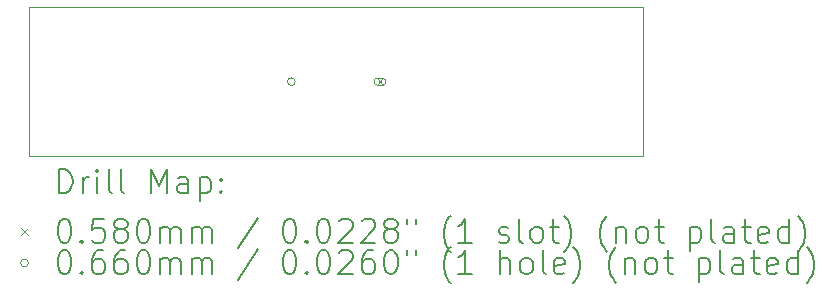
<source format=gbr>
%TF.GenerationSoftware,KiCad,Pcbnew,9.0.6*%
%TF.CreationDate,2025-12-16T13:32:34+01:00*%
%TF.ProjectId,USB,5553422e-6b69-4636-9164-5f7063625858,rev?*%
%TF.SameCoordinates,Original*%
%TF.FileFunction,Drillmap*%
%TF.FilePolarity,Positive*%
%FSLAX45Y45*%
G04 Gerber Fmt 4.5, Leading zero omitted, Abs format (unit mm)*
G04 Created by KiCad (PCBNEW 9.0.6) date 2025-12-16 13:32:34*
%MOMM*%
%LPD*%
G01*
G04 APERTURE LIST*
%ADD10C,0.050000*%
%ADD11C,0.200000*%
%ADD12C,0.100000*%
G04 APERTURE END LIST*
D10*
X23100000Y-11150000D02*
X28300000Y-11150000D01*
X28300000Y-12410000D01*
X23100000Y-12410000D01*
X23100000Y-11150000D01*
D11*
D12*
X26046000Y-11751000D02*
X26104000Y-11809000D01*
X26104000Y-11751000D02*
X26046000Y-11809000D01*
X26054000Y-11809000D02*
X26096000Y-11809000D01*
X26096000Y-11751000D02*
G75*
G02*
X26096000Y-11809000I0J-29000D01*
G01*
X26096000Y-11751000D02*
X26054000Y-11751000D01*
X26054000Y-11751000D02*
G75*
G03*
X26054000Y-11809000I0J-29000D01*
G01*
X25358000Y-11780000D02*
G75*
G02*
X25292000Y-11780000I-33000J0D01*
G01*
X25292000Y-11780000D02*
G75*
G02*
X25358000Y-11780000I33000J0D01*
G01*
D11*
X23358277Y-12723984D02*
X23358277Y-12523984D01*
X23358277Y-12523984D02*
X23405896Y-12523984D01*
X23405896Y-12523984D02*
X23434467Y-12533508D01*
X23434467Y-12533508D02*
X23453515Y-12552555D01*
X23453515Y-12552555D02*
X23463039Y-12571603D01*
X23463039Y-12571603D02*
X23472562Y-12609698D01*
X23472562Y-12609698D02*
X23472562Y-12638269D01*
X23472562Y-12638269D02*
X23463039Y-12676365D01*
X23463039Y-12676365D02*
X23453515Y-12695412D01*
X23453515Y-12695412D02*
X23434467Y-12714460D01*
X23434467Y-12714460D02*
X23405896Y-12723984D01*
X23405896Y-12723984D02*
X23358277Y-12723984D01*
X23558277Y-12723984D02*
X23558277Y-12590650D01*
X23558277Y-12628746D02*
X23567801Y-12609698D01*
X23567801Y-12609698D02*
X23577324Y-12600174D01*
X23577324Y-12600174D02*
X23596372Y-12590650D01*
X23596372Y-12590650D02*
X23615420Y-12590650D01*
X23682086Y-12723984D02*
X23682086Y-12590650D01*
X23682086Y-12523984D02*
X23672562Y-12533508D01*
X23672562Y-12533508D02*
X23682086Y-12543031D01*
X23682086Y-12543031D02*
X23691610Y-12533508D01*
X23691610Y-12533508D02*
X23682086Y-12523984D01*
X23682086Y-12523984D02*
X23682086Y-12543031D01*
X23805896Y-12723984D02*
X23786848Y-12714460D01*
X23786848Y-12714460D02*
X23777324Y-12695412D01*
X23777324Y-12695412D02*
X23777324Y-12523984D01*
X23910658Y-12723984D02*
X23891610Y-12714460D01*
X23891610Y-12714460D02*
X23882086Y-12695412D01*
X23882086Y-12695412D02*
X23882086Y-12523984D01*
X24139229Y-12723984D02*
X24139229Y-12523984D01*
X24139229Y-12523984D02*
X24205896Y-12666841D01*
X24205896Y-12666841D02*
X24272562Y-12523984D01*
X24272562Y-12523984D02*
X24272562Y-12723984D01*
X24453515Y-12723984D02*
X24453515Y-12619222D01*
X24453515Y-12619222D02*
X24443991Y-12600174D01*
X24443991Y-12600174D02*
X24424943Y-12590650D01*
X24424943Y-12590650D02*
X24386848Y-12590650D01*
X24386848Y-12590650D02*
X24367801Y-12600174D01*
X24453515Y-12714460D02*
X24434467Y-12723984D01*
X24434467Y-12723984D02*
X24386848Y-12723984D01*
X24386848Y-12723984D02*
X24367801Y-12714460D01*
X24367801Y-12714460D02*
X24358277Y-12695412D01*
X24358277Y-12695412D02*
X24358277Y-12676365D01*
X24358277Y-12676365D02*
X24367801Y-12657317D01*
X24367801Y-12657317D02*
X24386848Y-12647793D01*
X24386848Y-12647793D02*
X24434467Y-12647793D01*
X24434467Y-12647793D02*
X24453515Y-12638269D01*
X24548753Y-12590650D02*
X24548753Y-12790650D01*
X24548753Y-12600174D02*
X24567801Y-12590650D01*
X24567801Y-12590650D02*
X24605896Y-12590650D01*
X24605896Y-12590650D02*
X24624943Y-12600174D01*
X24624943Y-12600174D02*
X24634467Y-12609698D01*
X24634467Y-12609698D02*
X24643991Y-12628746D01*
X24643991Y-12628746D02*
X24643991Y-12685888D01*
X24643991Y-12685888D02*
X24634467Y-12704936D01*
X24634467Y-12704936D02*
X24624943Y-12714460D01*
X24624943Y-12714460D02*
X24605896Y-12723984D01*
X24605896Y-12723984D02*
X24567801Y-12723984D01*
X24567801Y-12723984D02*
X24548753Y-12714460D01*
X24729705Y-12704936D02*
X24739229Y-12714460D01*
X24739229Y-12714460D02*
X24729705Y-12723984D01*
X24729705Y-12723984D02*
X24720182Y-12714460D01*
X24720182Y-12714460D02*
X24729705Y-12704936D01*
X24729705Y-12704936D02*
X24729705Y-12723984D01*
X24729705Y-12600174D02*
X24739229Y-12609698D01*
X24739229Y-12609698D02*
X24729705Y-12619222D01*
X24729705Y-12619222D02*
X24720182Y-12609698D01*
X24720182Y-12609698D02*
X24729705Y-12600174D01*
X24729705Y-12600174D02*
X24729705Y-12619222D01*
D12*
X23039500Y-13023500D02*
X23097500Y-13081500D01*
X23097500Y-13023500D02*
X23039500Y-13081500D01*
D11*
X23396372Y-12943984D02*
X23415420Y-12943984D01*
X23415420Y-12943984D02*
X23434467Y-12953508D01*
X23434467Y-12953508D02*
X23443991Y-12963031D01*
X23443991Y-12963031D02*
X23453515Y-12982079D01*
X23453515Y-12982079D02*
X23463039Y-13020174D01*
X23463039Y-13020174D02*
X23463039Y-13067793D01*
X23463039Y-13067793D02*
X23453515Y-13105888D01*
X23453515Y-13105888D02*
X23443991Y-13124936D01*
X23443991Y-13124936D02*
X23434467Y-13134460D01*
X23434467Y-13134460D02*
X23415420Y-13143984D01*
X23415420Y-13143984D02*
X23396372Y-13143984D01*
X23396372Y-13143984D02*
X23377324Y-13134460D01*
X23377324Y-13134460D02*
X23367801Y-13124936D01*
X23367801Y-13124936D02*
X23358277Y-13105888D01*
X23358277Y-13105888D02*
X23348753Y-13067793D01*
X23348753Y-13067793D02*
X23348753Y-13020174D01*
X23348753Y-13020174D02*
X23358277Y-12982079D01*
X23358277Y-12982079D02*
X23367801Y-12963031D01*
X23367801Y-12963031D02*
X23377324Y-12953508D01*
X23377324Y-12953508D02*
X23396372Y-12943984D01*
X23548753Y-13124936D02*
X23558277Y-13134460D01*
X23558277Y-13134460D02*
X23548753Y-13143984D01*
X23548753Y-13143984D02*
X23539229Y-13134460D01*
X23539229Y-13134460D02*
X23548753Y-13124936D01*
X23548753Y-13124936D02*
X23548753Y-13143984D01*
X23739229Y-12943984D02*
X23643991Y-12943984D01*
X23643991Y-12943984D02*
X23634467Y-13039222D01*
X23634467Y-13039222D02*
X23643991Y-13029698D01*
X23643991Y-13029698D02*
X23663039Y-13020174D01*
X23663039Y-13020174D02*
X23710658Y-13020174D01*
X23710658Y-13020174D02*
X23729705Y-13029698D01*
X23729705Y-13029698D02*
X23739229Y-13039222D01*
X23739229Y-13039222D02*
X23748753Y-13058269D01*
X23748753Y-13058269D02*
X23748753Y-13105888D01*
X23748753Y-13105888D02*
X23739229Y-13124936D01*
X23739229Y-13124936D02*
X23729705Y-13134460D01*
X23729705Y-13134460D02*
X23710658Y-13143984D01*
X23710658Y-13143984D02*
X23663039Y-13143984D01*
X23663039Y-13143984D02*
X23643991Y-13134460D01*
X23643991Y-13134460D02*
X23634467Y-13124936D01*
X23863039Y-13029698D02*
X23843991Y-13020174D01*
X23843991Y-13020174D02*
X23834467Y-13010650D01*
X23834467Y-13010650D02*
X23824943Y-12991603D01*
X23824943Y-12991603D02*
X23824943Y-12982079D01*
X23824943Y-12982079D02*
X23834467Y-12963031D01*
X23834467Y-12963031D02*
X23843991Y-12953508D01*
X23843991Y-12953508D02*
X23863039Y-12943984D01*
X23863039Y-12943984D02*
X23901134Y-12943984D01*
X23901134Y-12943984D02*
X23920182Y-12953508D01*
X23920182Y-12953508D02*
X23929705Y-12963031D01*
X23929705Y-12963031D02*
X23939229Y-12982079D01*
X23939229Y-12982079D02*
X23939229Y-12991603D01*
X23939229Y-12991603D02*
X23929705Y-13010650D01*
X23929705Y-13010650D02*
X23920182Y-13020174D01*
X23920182Y-13020174D02*
X23901134Y-13029698D01*
X23901134Y-13029698D02*
X23863039Y-13029698D01*
X23863039Y-13029698D02*
X23843991Y-13039222D01*
X23843991Y-13039222D02*
X23834467Y-13048746D01*
X23834467Y-13048746D02*
X23824943Y-13067793D01*
X23824943Y-13067793D02*
X23824943Y-13105888D01*
X23824943Y-13105888D02*
X23834467Y-13124936D01*
X23834467Y-13124936D02*
X23843991Y-13134460D01*
X23843991Y-13134460D02*
X23863039Y-13143984D01*
X23863039Y-13143984D02*
X23901134Y-13143984D01*
X23901134Y-13143984D02*
X23920182Y-13134460D01*
X23920182Y-13134460D02*
X23929705Y-13124936D01*
X23929705Y-13124936D02*
X23939229Y-13105888D01*
X23939229Y-13105888D02*
X23939229Y-13067793D01*
X23939229Y-13067793D02*
X23929705Y-13048746D01*
X23929705Y-13048746D02*
X23920182Y-13039222D01*
X23920182Y-13039222D02*
X23901134Y-13029698D01*
X24063039Y-12943984D02*
X24082086Y-12943984D01*
X24082086Y-12943984D02*
X24101134Y-12953508D01*
X24101134Y-12953508D02*
X24110658Y-12963031D01*
X24110658Y-12963031D02*
X24120182Y-12982079D01*
X24120182Y-12982079D02*
X24129705Y-13020174D01*
X24129705Y-13020174D02*
X24129705Y-13067793D01*
X24129705Y-13067793D02*
X24120182Y-13105888D01*
X24120182Y-13105888D02*
X24110658Y-13124936D01*
X24110658Y-13124936D02*
X24101134Y-13134460D01*
X24101134Y-13134460D02*
X24082086Y-13143984D01*
X24082086Y-13143984D02*
X24063039Y-13143984D01*
X24063039Y-13143984D02*
X24043991Y-13134460D01*
X24043991Y-13134460D02*
X24034467Y-13124936D01*
X24034467Y-13124936D02*
X24024943Y-13105888D01*
X24024943Y-13105888D02*
X24015420Y-13067793D01*
X24015420Y-13067793D02*
X24015420Y-13020174D01*
X24015420Y-13020174D02*
X24024943Y-12982079D01*
X24024943Y-12982079D02*
X24034467Y-12963031D01*
X24034467Y-12963031D02*
X24043991Y-12953508D01*
X24043991Y-12953508D02*
X24063039Y-12943984D01*
X24215420Y-13143984D02*
X24215420Y-13010650D01*
X24215420Y-13029698D02*
X24224943Y-13020174D01*
X24224943Y-13020174D02*
X24243991Y-13010650D01*
X24243991Y-13010650D02*
X24272563Y-13010650D01*
X24272563Y-13010650D02*
X24291610Y-13020174D01*
X24291610Y-13020174D02*
X24301134Y-13039222D01*
X24301134Y-13039222D02*
X24301134Y-13143984D01*
X24301134Y-13039222D02*
X24310658Y-13020174D01*
X24310658Y-13020174D02*
X24329705Y-13010650D01*
X24329705Y-13010650D02*
X24358277Y-13010650D01*
X24358277Y-13010650D02*
X24377324Y-13020174D01*
X24377324Y-13020174D02*
X24386848Y-13039222D01*
X24386848Y-13039222D02*
X24386848Y-13143984D01*
X24482086Y-13143984D02*
X24482086Y-13010650D01*
X24482086Y-13029698D02*
X24491610Y-13020174D01*
X24491610Y-13020174D02*
X24510658Y-13010650D01*
X24510658Y-13010650D02*
X24539229Y-13010650D01*
X24539229Y-13010650D02*
X24558277Y-13020174D01*
X24558277Y-13020174D02*
X24567801Y-13039222D01*
X24567801Y-13039222D02*
X24567801Y-13143984D01*
X24567801Y-13039222D02*
X24577324Y-13020174D01*
X24577324Y-13020174D02*
X24596372Y-13010650D01*
X24596372Y-13010650D02*
X24624943Y-13010650D01*
X24624943Y-13010650D02*
X24643991Y-13020174D01*
X24643991Y-13020174D02*
X24653515Y-13039222D01*
X24653515Y-13039222D02*
X24653515Y-13143984D01*
X25043991Y-12934460D02*
X24872563Y-13191603D01*
X25301134Y-12943984D02*
X25320182Y-12943984D01*
X25320182Y-12943984D02*
X25339229Y-12953508D01*
X25339229Y-12953508D02*
X25348753Y-12963031D01*
X25348753Y-12963031D02*
X25358277Y-12982079D01*
X25358277Y-12982079D02*
X25367801Y-13020174D01*
X25367801Y-13020174D02*
X25367801Y-13067793D01*
X25367801Y-13067793D02*
X25358277Y-13105888D01*
X25358277Y-13105888D02*
X25348753Y-13124936D01*
X25348753Y-13124936D02*
X25339229Y-13134460D01*
X25339229Y-13134460D02*
X25320182Y-13143984D01*
X25320182Y-13143984D02*
X25301134Y-13143984D01*
X25301134Y-13143984D02*
X25282086Y-13134460D01*
X25282086Y-13134460D02*
X25272563Y-13124936D01*
X25272563Y-13124936D02*
X25263039Y-13105888D01*
X25263039Y-13105888D02*
X25253515Y-13067793D01*
X25253515Y-13067793D02*
X25253515Y-13020174D01*
X25253515Y-13020174D02*
X25263039Y-12982079D01*
X25263039Y-12982079D02*
X25272563Y-12963031D01*
X25272563Y-12963031D02*
X25282086Y-12953508D01*
X25282086Y-12953508D02*
X25301134Y-12943984D01*
X25453515Y-13124936D02*
X25463039Y-13134460D01*
X25463039Y-13134460D02*
X25453515Y-13143984D01*
X25453515Y-13143984D02*
X25443991Y-13134460D01*
X25443991Y-13134460D02*
X25453515Y-13124936D01*
X25453515Y-13124936D02*
X25453515Y-13143984D01*
X25586848Y-12943984D02*
X25605896Y-12943984D01*
X25605896Y-12943984D02*
X25624944Y-12953508D01*
X25624944Y-12953508D02*
X25634467Y-12963031D01*
X25634467Y-12963031D02*
X25643991Y-12982079D01*
X25643991Y-12982079D02*
X25653515Y-13020174D01*
X25653515Y-13020174D02*
X25653515Y-13067793D01*
X25653515Y-13067793D02*
X25643991Y-13105888D01*
X25643991Y-13105888D02*
X25634467Y-13124936D01*
X25634467Y-13124936D02*
X25624944Y-13134460D01*
X25624944Y-13134460D02*
X25605896Y-13143984D01*
X25605896Y-13143984D02*
X25586848Y-13143984D01*
X25586848Y-13143984D02*
X25567801Y-13134460D01*
X25567801Y-13134460D02*
X25558277Y-13124936D01*
X25558277Y-13124936D02*
X25548753Y-13105888D01*
X25548753Y-13105888D02*
X25539229Y-13067793D01*
X25539229Y-13067793D02*
X25539229Y-13020174D01*
X25539229Y-13020174D02*
X25548753Y-12982079D01*
X25548753Y-12982079D02*
X25558277Y-12963031D01*
X25558277Y-12963031D02*
X25567801Y-12953508D01*
X25567801Y-12953508D02*
X25586848Y-12943984D01*
X25729706Y-12963031D02*
X25739229Y-12953508D01*
X25739229Y-12953508D02*
X25758277Y-12943984D01*
X25758277Y-12943984D02*
X25805896Y-12943984D01*
X25805896Y-12943984D02*
X25824944Y-12953508D01*
X25824944Y-12953508D02*
X25834467Y-12963031D01*
X25834467Y-12963031D02*
X25843991Y-12982079D01*
X25843991Y-12982079D02*
X25843991Y-13001127D01*
X25843991Y-13001127D02*
X25834467Y-13029698D01*
X25834467Y-13029698D02*
X25720182Y-13143984D01*
X25720182Y-13143984D02*
X25843991Y-13143984D01*
X25920182Y-12963031D02*
X25929706Y-12953508D01*
X25929706Y-12953508D02*
X25948753Y-12943984D01*
X25948753Y-12943984D02*
X25996372Y-12943984D01*
X25996372Y-12943984D02*
X26015420Y-12953508D01*
X26015420Y-12953508D02*
X26024944Y-12963031D01*
X26024944Y-12963031D02*
X26034467Y-12982079D01*
X26034467Y-12982079D02*
X26034467Y-13001127D01*
X26034467Y-13001127D02*
X26024944Y-13029698D01*
X26024944Y-13029698D02*
X25910658Y-13143984D01*
X25910658Y-13143984D02*
X26034467Y-13143984D01*
X26148753Y-13029698D02*
X26129706Y-13020174D01*
X26129706Y-13020174D02*
X26120182Y-13010650D01*
X26120182Y-13010650D02*
X26110658Y-12991603D01*
X26110658Y-12991603D02*
X26110658Y-12982079D01*
X26110658Y-12982079D02*
X26120182Y-12963031D01*
X26120182Y-12963031D02*
X26129706Y-12953508D01*
X26129706Y-12953508D02*
X26148753Y-12943984D01*
X26148753Y-12943984D02*
X26186848Y-12943984D01*
X26186848Y-12943984D02*
X26205896Y-12953508D01*
X26205896Y-12953508D02*
X26215420Y-12963031D01*
X26215420Y-12963031D02*
X26224944Y-12982079D01*
X26224944Y-12982079D02*
X26224944Y-12991603D01*
X26224944Y-12991603D02*
X26215420Y-13010650D01*
X26215420Y-13010650D02*
X26205896Y-13020174D01*
X26205896Y-13020174D02*
X26186848Y-13029698D01*
X26186848Y-13029698D02*
X26148753Y-13029698D01*
X26148753Y-13029698D02*
X26129706Y-13039222D01*
X26129706Y-13039222D02*
X26120182Y-13048746D01*
X26120182Y-13048746D02*
X26110658Y-13067793D01*
X26110658Y-13067793D02*
X26110658Y-13105888D01*
X26110658Y-13105888D02*
X26120182Y-13124936D01*
X26120182Y-13124936D02*
X26129706Y-13134460D01*
X26129706Y-13134460D02*
X26148753Y-13143984D01*
X26148753Y-13143984D02*
X26186848Y-13143984D01*
X26186848Y-13143984D02*
X26205896Y-13134460D01*
X26205896Y-13134460D02*
X26215420Y-13124936D01*
X26215420Y-13124936D02*
X26224944Y-13105888D01*
X26224944Y-13105888D02*
X26224944Y-13067793D01*
X26224944Y-13067793D02*
X26215420Y-13048746D01*
X26215420Y-13048746D02*
X26205896Y-13039222D01*
X26205896Y-13039222D02*
X26186848Y-13029698D01*
X26301134Y-12943984D02*
X26301134Y-12982079D01*
X26377325Y-12943984D02*
X26377325Y-12982079D01*
X26672563Y-13220174D02*
X26663039Y-13210650D01*
X26663039Y-13210650D02*
X26643991Y-13182079D01*
X26643991Y-13182079D02*
X26634468Y-13163031D01*
X26634468Y-13163031D02*
X26624944Y-13134460D01*
X26624944Y-13134460D02*
X26615420Y-13086841D01*
X26615420Y-13086841D02*
X26615420Y-13048746D01*
X26615420Y-13048746D02*
X26624944Y-13001127D01*
X26624944Y-13001127D02*
X26634468Y-12972555D01*
X26634468Y-12972555D02*
X26643991Y-12953508D01*
X26643991Y-12953508D02*
X26663039Y-12924936D01*
X26663039Y-12924936D02*
X26672563Y-12915412D01*
X26853515Y-13143984D02*
X26739229Y-13143984D01*
X26796372Y-13143984D02*
X26796372Y-12943984D01*
X26796372Y-12943984D02*
X26777325Y-12972555D01*
X26777325Y-12972555D02*
X26758277Y-12991603D01*
X26758277Y-12991603D02*
X26739229Y-13001127D01*
X27082087Y-13134460D02*
X27101134Y-13143984D01*
X27101134Y-13143984D02*
X27139229Y-13143984D01*
X27139229Y-13143984D02*
X27158277Y-13134460D01*
X27158277Y-13134460D02*
X27167801Y-13115412D01*
X27167801Y-13115412D02*
X27167801Y-13105888D01*
X27167801Y-13105888D02*
X27158277Y-13086841D01*
X27158277Y-13086841D02*
X27139229Y-13077317D01*
X27139229Y-13077317D02*
X27110658Y-13077317D01*
X27110658Y-13077317D02*
X27091610Y-13067793D01*
X27091610Y-13067793D02*
X27082087Y-13048746D01*
X27082087Y-13048746D02*
X27082087Y-13039222D01*
X27082087Y-13039222D02*
X27091610Y-13020174D01*
X27091610Y-13020174D02*
X27110658Y-13010650D01*
X27110658Y-13010650D02*
X27139229Y-13010650D01*
X27139229Y-13010650D02*
X27158277Y-13020174D01*
X27282087Y-13143984D02*
X27263039Y-13134460D01*
X27263039Y-13134460D02*
X27253515Y-13115412D01*
X27253515Y-13115412D02*
X27253515Y-12943984D01*
X27386849Y-13143984D02*
X27367801Y-13134460D01*
X27367801Y-13134460D02*
X27358277Y-13124936D01*
X27358277Y-13124936D02*
X27348753Y-13105888D01*
X27348753Y-13105888D02*
X27348753Y-13048746D01*
X27348753Y-13048746D02*
X27358277Y-13029698D01*
X27358277Y-13029698D02*
X27367801Y-13020174D01*
X27367801Y-13020174D02*
X27386849Y-13010650D01*
X27386849Y-13010650D02*
X27415420Y-13010650D01*
X27415420Y-13010650D02*
X27434468Y-13020174D01*
X27434468Y-13020174D02*
X27443991Y-13029698D01*
X27443991Y-13029698D02*
X27453515Y-13048746D01*
X27453515Y-13048746D02*
X27453515Y-13105888D01*
X27453515Y-13105888D02*
X27443991Y-13124936D01*
X27443991Y-13124936D02*
X27434468Y-13134460D01*
X27434468Y-13134460D02*
X27415420Y-13143984D01*
X27415420Y-13143984D02*
X27386849Y-13143984D01*
X27510658Y-13010650D02*
X27586849Y-13010650D01*
X27539230Y-12943984D02*
X27539230Y-13115412D01*
X27539230Y-13115412D02*
X27548753Y-13134460D01*
X27548753Y-13134460D02*
X27567801Y-13143984D01*
X27567801Y-13143984D02*
X27586849Y-13143984D01*
X27634468Y-13220174D02*
X27643991Y-13210650D01*
X27643991Y-13210650D02*
X27663039Y-13182079D01*
X27663039Y-13182079D02*
X27672563Y-13163031D01*
X27672563Y-13163031D02*
X27682087Y-13134460D01*
X27682087Y-13134460D02*
X27691610Y-13086841D01*
X27691610Y-13086841D02*
X27691610Y-13048746D01*
X27691610Y-13048746D02*
X27682087Y-13001127D01*
X27682087Y-13001127D02*
X27672563Y-12972555D01*
X27672563Y-12972555D02*
X27663039Y-12953508D01*
X27663039Y-12953508D02*
X27643991Y-12924936D01*
X27643991Y-12924936D02*
X27634468Y-12915412D01*
X27996372Y-13220174D02*
X27986849Y-13210650D01*
X27986849Y-13210650D02*
X27967801Y-13182079D01*
X27967801Y-13182079D02*
X27958277Y-13163031D01*
X27958277Y-13163031D02*
X27948753Y-13134460D01*
X27948753Y-13134460D02*
X27939230Y-13086841D01*
X27939230Y-13086841D02*
X27939230Y-13048746D01*
X27939230Y-13048746D02*
X27948753Y-13001127D01*
X27948753Y-13001127D02*
X27958277Y-12972555D01*
X27958277Y-12972555D02*
X27967801Y-12953508D01*
X27967801Y-12953508D02*
X27986849Y-12924936D01*
X27986849Y-12924936D02*
X27996372Y-12915412D01*
X28072563Y-13010650D02*
X28072563Y-13143984D01*
X28072563Y-13029698D02*
X28082087Y-13020174D01*
X28082087Y-13020174D02*
X28101134Y-13010650D01*
X28101134Y-13010650D02*
X28129706Y-13010650D01*
X28129706Y-13010650D02*
X28148753Y-13020174D01*
X28148753Y-13020174D02*
X28158277Y-13039222D01*
X28158277Y-13039222D02*
X28158277Y-13143984D01*
X28282087Y-13143984D02*
X28263039Y-13134460D01*
X28263039Y-13134460D02*
X28253515Y-13124936D01*
X28253515Y-13124936D02*
X28243991Y-13105888D01*
X28243991Y-13105888D02*
X28243991Y-13048746D01*
X28243991Y-13048746D02*
X28253515Y-13029698D01*
X28253515Y-13029698D02*
X28263039Y-13020174D01*
X28263039Y-13020174D02*
X28282087Y-13010650D01*
X28282087Y-13010650D02*
X28310658Y-13010650D01*
X28310658Y-13010650D02*
X28329706Y-13020174D01*
X28329706Y-13020174D02*
X28339230Y-13029698D01*
X28339230Y-13029698D02*
X28348753Y-13048746D01*
X28348753Y-13048746D02*
X28348753Y-13105888D01*
X28348753Y-13105888D02*
X28339230Y-13124936D01*
X28339230Y-13124936D02*
X28329706Y-13134460D01*
X28329706Y-13134460D02*
X28310658Y-13143984D01*
X28310658Y-13143984D02*
X28282087Y-13143984D01*
X28405896Y-13010650D02*
X28482087Y-13010650D01*
X28434468Y-12943984D02*
X28434468Y-13115412D01*
X28434468Y-13115412D02*
X28443991Y-13134460D01*
X28443991Y-13134460D02*
X28463039Y-13143984D01*
X28463039Y-13143984D02*
X28482087Y-13143984D01*
X28701134Y-13010650D02*
X28701134Y-13210650D01*
X28701134Y-13020174D02*
X28720182Y-13010650D01*
X28720182Y-13010650D02*
X28758277Y-13010650D01*
X28758277Y-13010650D02*
X28777325Y-13020174D01*
X28777325Y-13020174D02*
X28786849Y-13029698D01*
X28786849Y-13029698D02*
X28796372Y-13048746D01*
X28796372Y-13048746D02*
X28796372Y-13105888D01*
X28796372Y-13105888D02*
X28786849Y-13124936D01*
X28786849Y-13124936D02*
X28777325Y-13134460D01*
X28777325Y-13134460D02*
X28758277Y-13143984D01*
X28758277Y-13143984D02*
X28720182Y-13143984D01*
X28720182Y-13143984D02*
X28701134Y-13134460D01*
X28910658Y-13143984D02*
X28891611Y-13134460D01*
X28891611Y-13134460D02*
X28882087Y-13115412D01*
X28882087Y-13115412D02*
X28882087Y-12943984D01*
X29072563Y-13143984D02*
X29072563Y-13039222D01*
X29072563Y-13039222D02*
X29063039Y-13020174D01*
X29063039Y-13020174D02*
X29043992Y-13010650D01*
X29043992Y-13010650D02*
X29005896Y-13010650D01*
X29005896Y-13010650D02*
X28986849Y-13020174D01*
X29072563Y-13134460D02*
X29053515Y-13143984D01*
X29053515Y-13143984D02*
X29005896Y-13143984D01*
X29005896Y-13143984D02*
X28986849Y-13134460D01*
X28986849Y-13134460D02*
X28977325Y-13115412D01*
X28977325Y-13115412D02*
X28977325Y-13096365D01*
X28977325Y-13096365D02*
X28986849Y-13077317D01*
X28986849Y-13077317D02*
X29005896Y-13067793D01*
X29005896Y-13067793D02*
X29053515Y-13067793D01*
X29053515Y-13067793D02*
X29072563Y-13058269D01*
X29139230Y-13010650D02*
X29215420Y-13010650D01*
X29167801Y-12943984D02*
X29167801Y-13115412D01*
X29167801Y-13115412D02*
X29177325Y-13134460D01*
X29177325Y-13134460D02*
X29196372Y-13143984D01*
X29196372Y-13143984D02*
X29215420Y-13143984D01*
X29358277Y-13134460D02*
X29339230Y-13143984D01*
X29339230Y-13143984D02*
X29301134Y-13143984D01*
X29301134Y-13143984D02*
X29282087Y-13134460D01*
X29282087Y-13134460D02*
X29272563Y-13115412D01*
X29272563Y-13115412D02*
X29272563Y-13039222D01*
X29272563Y-13039222D02*
X29282087Y-13020174D01*
X29282087Y-13020174D02*
X29301134Y-13010650D01*
X29301134Y-13010650D02*
X29339230Y-13010650D01*
X29339230Y-13010650D02*
X29358277Y-13020174D01*
X29358277Y-13020174D02*
X29367801Y-13039222D01*
X29367801Y-13039222D02*
X29367801Y-13058269D01*
X29367801Y-13058269D02*
X29272563Y-13077317D01*
X29539230Y-13143984D02*
X29539230Y-12943984D01*
X29539230Y-13134460D02*
X29520182Y-13143984D01*
X29520182Y-13143984D02*
X29482087Y-13143984D01*
X29482087Y-13143984D02*
X29463039Y-13134460D01*
X29463039Y-13134460D02*
X29453515Y-13124936D01*
X29453515Y-13124936D02*
X29443992Y-13105888D01*
X29443992Y-13105888D02*
X29443992Y-13048746D01*
X29443992Y-13048746D02*
X29453515Y-13029698D01*
X29453515Y-13029698D02*
X29463039Y-13020174D01*
X29463039Y-13020174D02*
X29482087Y-13010650D01*
X29482087Y-13010650D02*
X29520182Y-13010650D01*
X29520182Y-13010650D02*
X29539230Y-13020174D01*
X29615420Y-13220174D02*
X29624944Y-13210650D01*
X29624944Y-13210650D02*
X29643992Y-13182079D01*
X29643992Y-13182079D02*
X29653515Y-13163031D01*
X29653515Y-13163031D02*
X29663039Y-13134460D01*
X29663039Y-13134460D02*
X29672563Y-13086841D01*
X29672563Y-13086841D02*
X29672563Y-13048746D01*
X29672563Y-13048746D02*
X29663039Y-13001127D01*
X29663039Y-13001127D02*
X29653515Y-12972555D01*
X29653515Y-12972555D02*
X29643992Y-12953508D01*
X29643992Y-12953508D02*
X29624944Y-12924936D01*
X29624944Y-12924936D02*
X29615420Y-12915412D01*
D12*
X23097500Y-13316500D02*
G75*
G02*
X23031500Y-13316500I-33000J0D01*
G01*
X23031500Y-13316500D02*
G75*
G02*
X23097500Y-13316500I33000J0D01*
G01*
D11*
X23396372Y-13207984D02*
X23415420Y-13207984D01*
X23415420Y-13207984D02*
X23434467Y-13217508D01*
X23434467Y-13217508D02*
X23443991Y-13227031D01*
X23443991Y-13227031D02*
X23453515Y-13246079D01*
X23453515Y-13246079D02*
X23463039Y-13284174D01*
X23463039Y-13284174D02*
X23463039Y-13331793D01*
X23463039Y-13331793D02*
X23453515Y-13369888D01*
X23453515Y-13369888D02*
X23443991Y-13388936D01*
X23443991Y-13388936D02*
X23434467Y-13398460D01*
X23434467Y-13398460D02*
X23415420Y-13407984D01*
X23415420Y-13407984D02*
X23396372Y-13407984D01*
X23396372Y-13407984D02*
X23377324Y-13398460D01*
X23377324Y-13398460D02*
X23367801Y-13388936D01*
X23367801Y-13388936D02*
X23358277Y-13369888D01*
X23358277Y-13369888D02*
X23348753Y-13331793D01*
X23348753Y-13331793D02*
X23348753Y-13284174D01*
X23348753Y-13284174D02*
X23358277Y-13246079D01*
X23358277Y-13246079D02*
X23367801Y-13227031D01*
X23367801Y-13227031D02*
X23377324Y-13217508D01*
X23377324Y-13217508D02*
X23396372Y-13207984D01*
X23548753Y-13388936D02*
X23558277Y-13398460D01*
X23558277Y-13398460D02*
X23548753Y-13407984D01*
X23548753Y-13407984D02*
X23539229Y-13398460D01*
X23539229Y-13398460D02*
X23548753Y-13388936D01*
X23548753Y-13388936D02*
X23548753Y-13407984D01*
X23729705Y-13207984D02*
X23691610Y-13207984D01*
X23691610Y-13207984D02*
X23672562Y-13217508D01*
X23672562Y-13217508D02*
X23663039Y-13227031D01*
X23663039Y-13227031D02*
X23643991Y-13255603D01*
X23643991Y-13255603D02*
X23634467Y-13293698D01*
X23634467Y-13293698D02*
X23634467Y-13369888D01*
X23634467Y-13369888D02*
X23643991Y-13388936D01*
X23643991Y-13388936D02*
X23653515Y-13398460D01*
X23653515Y-13398460D02*
X23672562Y-13407984D01*
X23672562Y-13407984D02*
X23710658Y-13407984D01*
X23710658Y-13407984D02*
X23729705Y-13398460D01*
X23729705Y-13398460D02*
X23739229Y-13388936D01*
X23739229Y-13388936D02*
X23748753Y-13369888D01*
X23748753Y-13369888D02*
X23748753Y-13322269D01*
X23748753Y-13322269D02*
X23739229Y-13303222D01*
X23739229Y-13303222D02*
X23729705Y-13293698D01*
X23729705Y-13293698D02*
X23710658Y-13284174D01*
X23710658Y-13284174D02*
X23672562Y-13284174D01*
X23672562Y-13284174D02*
X23653515Y-13293698D01*
X23653515Y-13293698D02*
X23643991Y-13303222D01*
X23643991Y-13303222D02*
X23634467Y-13322269D01*
X23920182Y-13207984D02*
X23882086Y-13207984D01*
X23882086Y-13207984D02*
X23863039Y-13217508D01*
X23863039Y-13217508D02*
X23853515Y-13227031D01*
X23853515Y-13227031D02*
X23834467Y-13255603D01*
X23834467Y-13255603D02*
X23824943Y-13293698D01*
X23824943Y-13293698D02*
X23824943Y-13369888D01*
X23824943Y-13369888D02*
X23834467Y-13388936D01*
X23834467Y-13388936D02*
X23843991Y-13398460D01*
X23843991Y-13398460D02*
X23863039Y-13407984D01*
X23863039Y-13407984D02*
X23901134Y-13407984D01*
X23901134Y-13407984D02*
X23920182Y-13398460D01*
X23920182Y-13398460D02*
X23929705Y-13388936D01*
X23929705Y-13388936D02*
X23939229Y-13369888D01*
X23939229Y-13369888D02*
X23939229Y-13322269D01*
X23939229Y-13322269D02*
X23929705Y-13303222D01*
X23929705Y-13303222D02*
X23920182Y-13293698D01*
X23920182Y-13293698D02*
X23901134Y-13284174D01*
X23901134Y-13284174D02*
X23863039Y-13284174D01*
X23863039Y-13284174D02*
X23843991Y-13293698D01*
X23843991Y-13293698D02*
X23834467Y-13303222D01*
X23834467Y-13303222D02*
X23824943Y-13322269D01*
X24063039Y-13207984D02*
X24082086Y-13207984D01*
X24082086Y-13207984D02*
X24101134Y-13217508D01*
X24101134Y-13217508D02*
X24110658Y-13227031D01*
X24110658Y-13227031D02*
X24120182Y-13246079D01*
X24120182Y-13246079D02*
X24129705Y-13284174D01*
X24129705Y-13284174D02*
X24129705Y-13331793D01*
X24129705Y-13331793D02*
X24120182Y-13369888D01*
X24120182Y-13369888D02*
X24110658Y-13388936D01*
X24110658Y-13388936D02*
X24101134Y-13398460D01*
X24101134Y-13398460D02*
X24082086Y-13407984D01*
X24082086Y-13407984D02*
X24063039Y-13407984D01*
X24063039Y-13407984D02*
X24043991Y-13398460D01*
X24043991Y-13398460D02*
X24034467Y-13388936D01*
X24034467Y-13388936D02*
X24024943Y-13369888D01*
X24024943Y-13369888D02*
X24015420Y-13331793D01*
X24015420Y-13331793D02*
X24015420Y-13284174D01*
X24015420Y-13284174D02*
X24024943Y-13246079D01*
X24024943Y-13246079D02*
X24034467Y-13227031D01*
X24034467Y-13227031D02*
X24043991Y-13217508D01*
X24043991Y-13217508D02*
X24063039Y-13207984D01*
X24215420Y-13407984D02*
X24215420Y-13274650D01*
X24215420Y-13293698D02*
X24224943Y-13284174D01*
X24224943Y-13284174D02*
X24243991Y-13274650D01*
X24243991Y-13274650D02*
X24272563Y-13274650D01*
X24272563Y-13274650D02*
X24291610Y-13284174D01*
X24291610Y-13284174D02*
X24301134Y-13303222D01*
X24301134Y-13303222D02*
X24301134Y-13407984D01*
X24301134Y-13303222D02*
X24310658Y-13284174D01*
X24310658Y-13284174D02*
X24329705Y-13274650D01*
X24329705Y-13274650D02*
X24358277Y-13274650D01*
X24358277Y-13274650D02*
X24377324Y-13284174D01*
X24377324Y-13284174D02*
X24386848Y-13303222D01*
X24386848Y-13303222D02*
X24386848Y-13407984D01*
X24482086Y-13407984D02*
X24482086Y-13274650D01*
X24482086Y-13293698D02*
X24491610Y-13284174D01*
X24491610Y-13284174D02*
X24510658Y-13274650D01*
X24510658Y-13274650D02*
X24539229Y-13274650D01*
X24539229Y-13274650D02*
X24558277Y-13284174D01*
X24558277Y-13284174D02*
X24567801Y-13303222D01*
X24567801Y-13303222D02*
X24567801Y-13407984D01*
X24567801Y-13303222D02*
X24577324Y-13284174D01*
X24577324Y-13284174D02*
X24596372Y-13274650D01*
X24596372Y-13274650D02*
X24624943Y-13274650D01*
X24624943Y-13274650D02*
X24643991Y-13284174D01*
X24643991Y-13284174D02*
X24653515Y-13303222D01*
X24653515Y-13303222D02*
X24653515Y-13407984D01*
X25043991Y-13198460D02*
X24872563Y-13455603D01*
X25301134Y-13207984D02*
X25320182Y-13207984D01*
X25320182Y-13207984D02*
X25339229Y-13217508D01*
X25339229Y-13217508D02*
X25348753Y-13227031D01*
X25348753Y-13227031D02*
X25358277Y-13246079D01*
X25358277Y-13246079D02*
X25367801Y-13284174D01*
X25367801Y-13284174D02*
X25367801Y-13331793D01*
X25367801Y-13331793D02*
X25358277Y-13369888D01*
X25358277Y-13369888D02*
X25348753Y-13388936D01*
X25348753Y-13388936D02*
X25339229Y-13398460D01*
X25339229Y-13398460D02*
X25320182Y-13407984D01*
X25320182Y-13407984D02*
X25301134Y-13407984D01*
X25301134Y-13407984D02*
X25282086Y-13398460D01*
X25282086Y-13398460D02*
X25272563Y-13388936D01*
X25272563Y-13388936D02*
X25263039Y-13369888D01*
X25263039Y-13369888D02*
X25253515Y-13331793D01*
X25253515Y-13331793D02*
X25253515Y-13284174D01*
X25253515Y-13284174D02*
X25263039Y-13246079D01*
X25263039Y-13246079D02*
X25272563Y-13227031D01*
X25272563Y-13227031D02*
X25282086Y-13217508D01*
X25282086Y-13217508D02*
X25301134Y-13207984D01*
X25453515Y-13388936D02*
X25463039Y-13398460D01*
X25463039Y-13398460D02*
X25453515Y-13407984D01*
X25453515Y-13407984D02*
X25443991Y-13398460D01*
X25443991Y-13398460D02*
X25453515Y-13388936D01*
X25453515Y-13388936D02*
X25453515Y-13407984D01*
X25586848Y-13207984D02*
X25605896Y-13207984D01*
X25605896Y-13207984D02*
X25624944Y-13217508D01*
X25624944Y-13217508D02*
X25634467Y-13227031D01*
X25634467Y-13227031D02*
X25643991Y-13246079D01*
X25643991Y-13246079D02*
X25653515Y-13284174D01*
X25653515Y-13284174D02*
X25653515Y-13331793D01*
X25653515Y-13331793D02*
X25643991Y-13369888D01*
X25643991Y-13369888D02*
X25634467Y-13388936D01*
X25634467Y-13388936D02*
X25624944Y-13398460D01*
X25624944Y-13398460D02*
X25605896Y-13407984D01*
X25605896Y-13407984D02*
X25586848Y-13407984D01*
X25586848Y-13407984D02*
X25567801Y-13398460D01*
X25567801Y-13398460D02*
X25558277Y-13388936D01*
X25558277Y-13388936D02*
X25548753Y-13369888D01*
X25548753Y-13369888D02*
X25539229Y-13331793D01*
X25539229Y-13331793D02*
X25539229Y-13284174D01*
X25539229Y-13284174D02*
X25548753Y-13246079D01*
X25548753Y-13246079D02*
X25558277Y-13227031D01*
X25558277Y-13227031D02*
X25567801Y-13217508D01*
X25567801Y-13217508D02*
X25586848Y-13207984D01*
X25729706Y-13227031D02*
X25739229Y-13217508D01*
X25739229Y-13217508D02*
X25758277Y-13207984D01*
X25758277Y-13207984D02*
X25805896Y-13207984D01*
X25805896Y-13207984D02*
X25824944Y-13217508D01*
X25824944Y-13217508D02*
X25834467Y-13227031D01*
X25834467Y-13227031D02*
X25843991Y-13246079D01*
X25843991Y-13246079D02*
X25843991Y-13265127D01*
X25843991Y-13265127D02*
X25834467Y-13293698D01*
X25834467Y-13293698D02*
X25720182Y-13407984D01*
X25720182Y-13407984D02*
X25843991Y-13407984D01*
X26015420Y-13207984D02*
X25977325Y-13207984D01*
X25977325Y-13207984D02*
X25958277Y-13217508D01*
X25958277Y-13217508D02*
X25948753Y-13227031D01*
X25948753Y-13227031D02*
X25929706Y-13255603D01*
X25929706Y-13255603D02*
X25920182Y-13293698D01*
X25920182Y-13293698D02*
X25920182Y-13369888D01*
X25920182Y-13369888D02*
X25929706Y-13388936D01*
X25929706Y-13388936D02*
X25939229Y-13398460D01*
X25939229Y-13398460D02*
X25958277Y-13407984D01*
X25958277Y-13407984D02*
X25996372Y-13407984D01*
X25996372Y-13407984D02*
X26015420Y-13398460D01*
X26015420Y-13398460D02*
X26024944Y-13388936D01*
X26024944Y-13388936D02*
X26034467Y-13369888D01*
X26034467Y-13369888D02*
X26034467Y-13322269D01*
X26034467Y-13322269D02*
X26024944Y-13303222D01*
X26024944Y-13303222D02*
X26015420Y-13293698D01*
X26015420Y-13293698D02*
X25996372Y-13284174D01*
X25996372Y-13284174D02*
X25958277Y-13284174D01*
X25958277Y-13284174D02*
X25939229Y-13293698D01*
X25939229Y-13293698D02*
X25929706Y-13303222D01*
X25929706Y-13303222D02*
X25920182Y-13322269D01*
X26158277Y-13207984D02*
X26177325Y-13207984D01*
X26177325Y-13207984D02*
X26196372Y-13217508D01*
X26196372Y-13217508D02*
X26205896Y-13227031D01*
X26205896Y-13227031D02*
X26215420Y-13246079D01*
X26215420Y-13246079D02*
X26224944Y-13284174D01*
X26224944Y-13284174D02*
X26224944Y-13331793D01*
X26224944Y-13331793D02*
X26215420Y-13369888D01*
X26215420Y-13369888D02*
X26205896Y-13388936D01*
X26205896Y-13388936D02*
X26196372Y-13398460D01*
X26196372Y-13398460D02*
X26177325Y-13407984D01*
X26177325Y-13407984D02*
X26158277Y-13407984D01*
X26158277Y-13407984D02*
X26139229Y-13398460D01*
X26139229Y-13398460D02*
X26129706Y-13388936D01*
X26129706Y-13388936D02*
X26120182Y-13369888D01*
X26120182Y-13369888D02*
X26110658Y-13331793D01*
X26110658Y-13331793D02*
X26110658Y-13284174D01*
X26110658Y-13284174D02*
X26120182Y-13246079D01*
X26120182Y-13246079D02*
X26129706Y-13227031D01*
X26129706Y-13227031D02*
X26139229Y-13217508D01*
X26139229Y-13217508D02*
X26158277Y-13207984D01*
X26301134Y-13207984D02*
X26301134Y-13246079D01*
X26377325Y-13207984D02*
X26377325Y-13246079D01*
X26672563Y-13484174D02*
X26663039Y-13474650D01*
X26663039Y-13474650D02*
X26643991Y-13446079D01*
X26643991Y-13446079D02*
X26634468Y-13427031D01*
X26634468Y-13427031D02*
X26624944Y-13398460D01*
X26624944Y-13398460D02*
X26615420Y-13350841D01*
X26615420Y-13350841D02*
X26615420Y-13312746D01*
X26615420Y-13312746D02*
X26624944Y-13265127D01*
X26624944Y-13265127D02*
X26634468Y-13236555D01*
X26634468Y-13236555D02*
X26643991Y-13217508D01*
X26643991Y-13217508D02*
X26663039Y-13188936D01*
X26663039Y-13188936D02*
X26672563Y-13179412D01*
X26853515Y-13407984D02*
X26739229Y-13407984D01*
X26796372Y-13407984D02*
X26796372Y-13207984D01*
X26796372Y-13207984D02*
X26777325Y-13236555D01*
X26777325Y-13236555D02*
X26758277Y-13255603D01*
X26758277Y-13255603D02*
X26739229Y-13265127D01*
X27091610Y-13407984D02*
X27091610Y-13207984D01*
X27177325Y-13407984D02*
X27177325Y-13303222D01*
X27177325Y-13303222D02*
X27167801Y-13284174D01*
X27167801Y-13284174D02*
X27148753Y-13274650D01*
X27148753Y-13274650D02*
X27120182Y-13274650D01*
X27120182Y-13274650D02*
X27101134Y-13284174D01*
X27101134Y-13284174D02*
X27091610Y-13293698D01*
X27301134Y-13407984D02*
X27282087Y-13398460D01*
X27282087Y-13398460D02*
X27272563Y-13388936D01*
X27272563Y-13388936D02*
X27263039Y-13369888D01*
X27263039Y-13369888D02*
X27263039Y-13312746D01*
X27263039Y-13312746D02*
X27272563Y-13293698D01*
X27272563Y-13293698D02*
X27282087Y-13284174D01*
X27282087Y-13284174D02*
X27301134Y-13274650D01*
X27301134Y-13274650D02*
X27329706Y-13274650D01*
X27329706Y-13274650D02*
X27348753Y-13284174D01*
X27348753Y-13284174D02*
X27358277Y-13293698D01*
X27358277Y-13293698D02*
X27367801Y-13312746D01*
X27367801Y-13312746D02*
X27367801Y-13369888D01*
X27367801Y-13369888D02*
X27358277Y-13388936D01*
X27358277Y-13388936D02*
X27348753Y-13398460D01*
X27348753Y-13398460D02*
X27329706Y-13407984D01*
X27329706Y-13407984D02*
X27301134Y-13407984D01*
X27482087Y-13407984D02*
X27463039Y-13398460D01*
X27463039Y-13398460D02*
X27453515Y-13379412D01*
X27453515Y-13379412D02*
X27453515Y-13207984D01*
X27634468Y-13398460D02*
X27615420Y-13407984D01*
X27615420Y-13407984D02*
X27577325Y-13407984D01*
X27577325Y-13407984D02*
X27558277Y-13398460D01*
X27558277Y-13398460D02*
X27548753Y-13379412D01*
X27548753Y-13379412D02*
X27548753Y-13303222D01*
X27548753Y-13303222D02*
X27558277Y-13284174D01*
X27558277Y-13284174D02*
X27577325Y-13274650D01*
X27577325Y-13274650D02*
X27615420Y-13274650D01*
X27615420Y-13274650D02*
X27634468Y-13284174D01*
X27634468Y-13284174D02*
X27643991Y-13303222D01*
X27643991Y-13303222D02*
X27643991Y-13322269D01*
X27643991Y-13322269D02*
X27548753Y-13341317D01*
X27710658Y-13484174D02*
X27720182Y-13474650D01*
X27720182Y-13474650D02*
X27739230Y-13446079D01*
X27739230Y-13446079D02*
X27748753Y-13427031D01*
X27748753Y-13427031D02*
X27758277Y-13398460D01*
X27758277Y-13398460D02*
X27767801Y-13350841D01*
X27767801Y-13350841D02*
X27767801Y-13312746D01*
X27767801Y-13312746D02*
X27758277Y-13265127D01*
X27758277Y-13265127D02*
X27748753Y-13236555D01*
X27748753Y-13236555D02*
X27739230Y-13217508D01*
X27739230Y-13217508D02*
X27720182Y-13188936D01*
X27720182Y-13188936D02*
X27710658Y-13179412D01*
X28072563Y-13484174D02*
X28063039Y-13474650D01*
X28063039Y-13474650D02*
X28043991Y-13446079D01*
X28043991Y-13446079D02*
X28034468Y-13427031D01*
X28034468Y-13427031D02*
X28024944Y-13398460D01*
X28024944Y-13398460D02*
X28015420Y-13350841D01*
X28015420Y-13350841D02*
X28015420Y-13312746D01*
X28015420Y-13312746D02*
X28024944Y-13265127D01*
X28024944Y-13265127D02*
X28034468Y-13236555D01*
X28034468Y-13236555D02*
X28043991Y-13217508D01*
X28043991Y-13217508D02*
X28063039Y-13188936D01*
X28063039Y-13188936D02*
X28072563Y-13179412D01*
X28148753Y-13274650D02*
X28148753Y-13407984D01*
X28148753Y-13293698D02*
X28158277Y-13284174D01*
X28158277Y-13284174D02*
X28177325Y-13274650D01*
X28177325Y-13274650D02*
X28205896Y-13274650D01*
X28205896Y-13274650D02*
X28224944Y-13284174D01*
X28224944Y-13284174D02*
X28234468Y-13303222D01*
X28234468Y-13303222D02*
X28234468Y-13407984D01*
X28358277Y-13407984D02*
X28339230Y-13398460D01*
X28339230Y-13398460D02*
X28329706Y-13388936D01*
X28329706Y-13388936D02*
X28320182Y-13369888D01*
X28320182Y-13369888D02*
X28320182Y-13312746D01*
X28320182Y-13312746D02*
X28329706Y-13293698D01*
X28329706Y-13293698D02*
X28339230Y-13284174D01*
X28339230Y-13284174D02*
X28358277Y-13274650D01*
X28358277Y-13274650D02*
X28386849Y-13274650D01*
X28386849Y-13274650D02*
X28405896Y-13284174D01*
X28405896Y-13284174D02*
X28415420Y-13293698D01*
X28415420Y-13293698D02*
X28424944Y-13312746D01*
X28424944Y-13312746D02*
X28424944Y-13369888D01*
X28424944Y-13369888D02*
X28415420Y-13388936D01*
X28415420Y-13388936D02*
X28405896Y-13398460D01*
X28405896Y-13398460D02*
X28386849Y-13407984D01*
X28386849Y-13407984D02*
X28358277Y-13407984D01*
X28482087Y-13274650D02*
X28558277Y-13274650D01*
X28510658Y-13207984D02*
X28510658Y-13379412D01*
X28510658Y-13379412D02*
X28520182Y-13398460D01*
X28520182Y-13398460D02*
X28539230Y-13407984D01*
X28539230Y-13407984D02*
X28558277Y-13407984D01*
X28777325Y-13274650D02*
X28777325Y-13474650D01*
X28777325Y-13284174D02*
X28796372Y-13274650D01*
X28796372Y-13274650D02*
X28834468Y-13274650D01*
X28834468Y-13274650D02*
X28853515Y-13284174D01*
X28853515Y-13284174D02*
X28863039Y-13293698D01*
X28863039Y-13293698D02*
X28872563Y-13312746D01*
X28872563Y-13312746D02*
X28872563Y-13369888D01*
X28872563Y-13369888D02*
X28863039Y-13388936D01*
X28863039Y-13388936D02*
X28853515Y-13398460D01*
X28853515Y-13398460D02*
X28834468Y-13407984D01*
X28834468Y-13407984D02*
X28796372Y-13407984D01*
X28796372Y-13407984D02*
X28777325Y-13398460D01*
X28986849Y-13407984D02*
X28967801Y-13398460D01*
X28967801Y-13398460D02*
X28958277Y-13379412D01*
X28958277Y-13379412D02*
X28958277Y-13207984D01*
X29148753Y-13407984D02*
X29148753Y-13303222D01*
X29148753Y-13303222D02*
X29139230Y-13284174D01*
X29139230Y-13284174D02*
X29120182Y-13274650D01*
X29120182Y-13274650D02*
X29082087Y-13274650D01*
X29082087Y-13274650D02*
X29063039Y-13284174D01*
X29148753Y-13398460D02*
X29129706Y-13407984D01*
X29129706Y-13407984D02*
X29082087Y-13407984D01*
X29082087Y-13407984D02*
X29063039Y-13398460D01*
X29063039Y-13398460D02*
X29053515Y-13379412D01*
X29053515Y-13379412D02*
X29053515Y-13360365D01*
X29053515Y-13360365D02*
X29063039Y-13341317D01*
X29063039Y-13341317D02*
X29082087Y-13331793D01*
X29082087Y-13331793D02*
X29129706Y-13331793D01*
X29129706Y-13331793D02*
X29148753Y-13322269D01*
X29215420Y-13274650D02*
X29291611Y-13274650D01*
X29243992Y-13207984D02*
X29243992Y-13379412D01*
X29243992Y-13379412D02*
X29253515Y-13398460D01*
X29253515Y-13398460D02*
X29272563Y-13407984D01*
X29272563Y-13407984D02*
X29291611Y-13407984D01*
X29434468Y-13398460D02*
X29415420Y-13407984D01*
X29415420Y-13407984D02*
X29377325Y-13407984D01*
X29377325Y-13407984D02*
X29358277Y-13398460D01*
X29358277Y-13398460D02*
X29348753Y-13379412D01*
X29348753Y-13379412D02*
X29348753Y-13303222D01*
X29348753Y-13303222D02*
X29358277Y-13284174D01*
X29358277Y-13284174D02*
X29377325Y-13274650D01*
X29377325Y-13274650D02*
X29415420Y-13274650D01*
X29415420Y-13274650D02*
X29434468Y-13284174D01*
X29434468Y-13284174D02*
X29443992Y-13303222D01*
X29443992Y-13303222D02*
X29443992Y-13322269D01*
X29443992Y-13322269D02*
X29348753Y-13341317D01*
X29615420Y-13407984D02*
X29615420Y-13207984D01*
X29615420Y-13398460D02*
X29596373Y-13407984D01*
X29596373Y-13407984D02*
X29558277Y-13407984D01*
X29558277Y-13407984D02*
X29539230Y-13398460D01*
X29539230Y-13398460D02*
X29529706Y-13388936D01*
X29529706Y-13388936D02*
X29520182Y-13369888D01*
X29520182Y-13369888D02*
X29520182Y-13312746D01*
X29520182Y-13312746D02*
X29529706Y-13293698D01*
X29529706Y-13293698D02*
X29539230Y-13284174D01*
X29539230Y-13284174D02*
X29558277Y-13274650D01*
X29558277Y-13274650D02*
X29596373Y-13274650D01*
X29596373Y-13274650D02*
X29615420Y-13284174D01*
X29691611Y-13484174D02*
X29701134Y-13474650D01*
X29701134Y-13474650D02*
X29720182Y-13446079D01*
X29720182Y-13446079D02*
X29729706Y-13427031D01*
X29729706Y-13427031D02*
X29739230Y-13398460D01*
X29739230Y-13398460D02*
X29748753Y-13350841D01*
X29748753Y-13350841D02*
X29748753Y-13312746D01*
X29748753Y-13312746D02*
X29739230Y-13265127D01*
X29739230Y-13265127D02*
X29729706Y-13236555D01*
X29729706Y-13236555D02*
X29720182Y-13217508D01*
X29720182Y-13217508D02*
X29701134Y-13188936D01*
X29701134Y-13188936D02*
X29691611Y-13179412D01*
M02*

</source>
